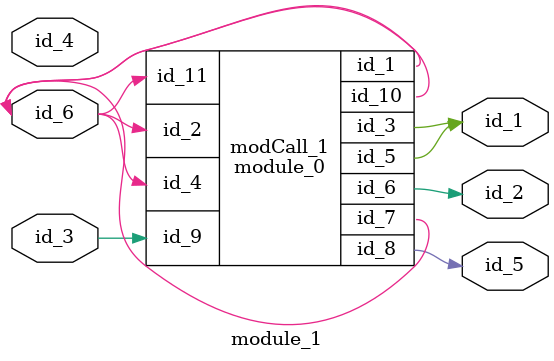
<source format=v>
module module_0 (
    id_1,
    id_2,
    id_3,
    id_4,
    id_5,
    id_6,
    id_7,
    id_8,
    id_9,
    id_10,
    id_11
);
  input wire id_11;
  output wire id_10;
  input wire id_9;
  output wire id_8;
  inout wire id_7;
  output wire id_6;
  output wire id_5;
  input wire id_4;
  output wire id_3;
  input wire id_2;
  inout wire id_1;
  assign id_1 = id_1;
  parameter id_12 = -1;
endmodule
module module_1 (
    id_1,
    id_2,
    id_3,
    id_4,
    id_5,
    id_6
);
  inout wire id_6;
  output wire id_5;
  inout wire id_4;
  input wire id_3;
  output wire id_2;
  output wire id_1;
  assign id_4[$realtime : $realtime] = $realtime;
  module_0 modCall_1 (
      id_6,
      id_6,
      id_1,
      id_6,
      id_1,
      id_2,
      id_6,
      id_5,
      id_3,
      id_6,
      id_6
  );
  wire id_7;
endmodule

</source>
